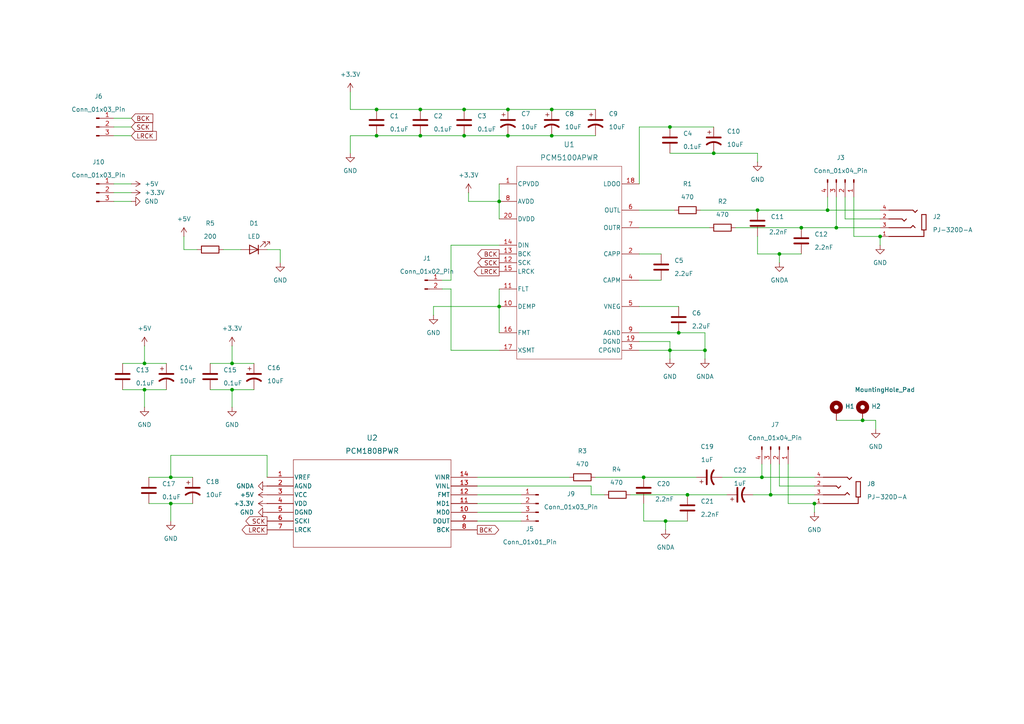
<source format=kicad_sch>
(kicad_sch (version 20231120) (generator "eeschema") (generator_version "8.0")
  (paper "A4")
  (lib_symbols
    (symbol "Connector:Conn_01x01_Pin" (pin_names (offset 1.016) hide)
      (property "Reference" "J" (at 0 2.54 0))
      (property "Value" "Conn_01x01_Pin" (at 0 -2.54 0))
      (symbol "Conn_01x01_Pin_1_1"
        (polyline (pts (xy 1.27 0) (xy 0.8636 0)) (stroke (width 0.1524)))
        (rectangle (start 0.8636 0.127) (end 0 -0.127) (stroke (width 0.1524)) (fill (type outline)))
        (pin passive line (at 5.08 0 180) (length 3.81) (name "Pin_1") (number "1"))
      )
    )
    (symbol "Connector:Conn_01x02_Pin" (pin_names (offset 1.016) hide)
      (property "Reference" "J" (at 0 2.54 0))
      (property "Value" "Conn_01x02_Pin" (at 0 -5.08 0))
      (symbol "Conn_01x02_Pin_1_1"
        (polyline (pts (xy 1.27 -2.54) (xy 0.8636 -2.54)) (stroke (width 0.1524)))
        (polyline (pts (xy 1.27 0) (xy 0.8636 0)) (stroke (width 0.1524)))
        (rectangle (start 0.8636 -2.413) (end 0 -2.667) (stroke (width 0.1524)) (fill (type outline)))
        (rectangle (start 0.8636 0.127) (end 0 -0.127) (stroke (width 0.1524)) (fill (type outline)))
        (pin passive line (at 5.08 0 180) (length 3.81) (name "Pin_1") (number "1"))
        (pin passive line (at 5.08 -2.54 180) (length 3.81) (name "Pin_2") (number "2"))
      )
    )
    (symbol "Connector:Conn_01x03_Pin" (pin_names (offset 1.016) hide)
      (property "Reference" "J" (at 0 5.08 0))
      (property "Value" "Conn_01x03_Pin" (at 0 -5.08 0))
      (symbol "Conn_01x03_Pin_1_1"
        (polyline (pts (xy 1.27 -2.54) (xy 0.8636 -2.54)) (stroke (width 0.1524)))
        (polyline (pts (xy 1.27 0) (xy 0.8636 0)) (stroke (width 0.1524)))
        (polyline (pts (xy 1.27 2.54) (xy 0.8636 2.54)) (stroke (width 0.1524)))
        (rectangle (start 0.8636 -2.413) (end 0 -2.667) (stroke (width 0.1524)) (fill (type outline)))
        (rectangle (start 0.8636 0.127) (end 0 -0.127) (stroke (width 0.1524)) (fill (type outline)))
        (rectangle (start 0.8636 2.667) (end 0 2.413) (stroke (width 0.1524)) (fill (type outline)))
        (pin passive line (at 5.08 2.54 180) (length 3.81) (name "Pin_1") (number "1"))
        (pin passive line (at 5.08 0 180) (length 3.81) (name "Pin_2") (number "2"))
        (pin passive line (at 5.08 -2.54 180) (length 3.81) (name "Pin_3") (number "3"))
      )
    )
    (symbol "Connector:Conn_01x04_Pin" (pin_names (offset 1.016) hide)
      (property "Reference" "J" (at 0 5.08 0))
      (property "Value" "Conn_01x04_Pin" (at 0 -7.62 0))
      (symbol "Conn_01x04_Pin_1_1"
        (polyline (pts (xy 1.27 -5.08) (xy 0.8636 -5.08)) (stroke (width 0.1524)))
        (polyline (pts (xy 1.27 -2.54) (xy 0.8636 -2.54)) (stroke (width 0.1524)))
        (polyline (pts (xy 1.27 0) (xy 0.8636 0)) (stroke (width 0.1524)))
        (polyline (pts (xy 1.27 2.54) (xy 0.8636 2.54)) (stroke (width 0.1524)))
        (rectangle (start 0.8636 -4.953) (end 0 -5.207) (stroke (width 0.1524)) (fill (type outline)))
        (rectangle (start 0.8636 -2.413) (end 0 -2.667) (stroke (width 0.1524)) (fill (type outline)))
        (rectangle (start 0.8636 0.127) (end 0 -0.127) (stroke (width 0.1524)) (fill (type outline)))
        (rectangle (start 0.8636 2.667) (end 0 2.413) (stroke (width 0.1524)) (fill (type outline)))
        (pin passive line (at 5.08 2.54 180) (length 3.81) (name "Pin_1") (number "1"))
        (pin passive line (at 5.08 0 180) (length 3.81) (name "Pin_2") (number "2"))
        (pin passive line (at 5.08 -2.54 180) (length 3.81) (name "Pin_3") (number "3"))
        (pin passive line (at 5.08 -5.08 180) (length 3.81) (name "Pin_4") (number "4"))
      )
    )
    (symbol "Device:C" (pin_numbers hide) (pin_names (offset 0.254))
      (property "Reference" "C" (at 0.635 2.54 0))
      (property "Value" "C" (at 0.635 -2.54 0))
      (symbol "C_0_1"
        (polyline (pts (xy -2.032 -0.762) (xy 2.032 -0.762)) (stroke (width 0.508)))
        (polyline (pts (xy -2.032 0.762) (xy 2.032 0.762)) (stroke (width 0.508)))
      )
      (symbol "C_1_1"
        (pin passive line (at 0 3.81 270) (length 2.794) (name "~") (number "1"))
        (pin passive line (at 0 -3.81 90) (length 2.794) (name "~") (number "2"))
      )
    )
    (symbol "Device:C_Polarized_US" (pin_numbers hide) (pin_names (offset 0.254) hide)
      (property "Reference" "C" (at 0.635 2.54 0))
      (property "Value" "C_Polarized_US" (at 0.635 -2.54 0))
      (symbol "C_Polarized_US_0_1"
        (polyline (pts (xy -2.032 0.762) (xy 2.032 0.762)) (stroke (width 0.508)))
        (polyline (pts (xy -1.778 2.286) (xy -0.762 2.286)))
        (polyline (pts (xy -1.27 1.778) (xy -1.27 2.794)))
        (arc (start 2.032 -1.27) (mid 0 -0.5572) (end -2.032 -1.27) (stroke (width 0.508)))
      )
      (symbol "C_Polarized_US_1_1"
        (pin passive line (at 0 3.81 270) (length 2.794) (name "~") (number "1"))
        (pin passive line (at 0 -3.81 90) (length 3.302) (name "~") (number "2"))
      )
    )
    (symbol "Device:LED" (pin_numbers hide) (pin_names (offset 1.016) hide)
      (property "Reference" "D" (at 0 2.54 0))
      (property "Value" "LED" (at 0 -2.54 0))
      (symbol "LED_0_1"
        (polyline (pts (xy -1.27 -1.27) (xy -1.27 1.27)) (stroke (width 0.254)))
        (polyline (pts (xy -1.27 0) (xy 1.27 0)))
        (polyline (pts (xy 1.27 -1.27) (xy 1.27 1.27) (xy -1.27 0) (xy 1.27 -1.27)) (stroke (width 0.254)))
        (polyline (pts (xy -3.048 -0.762) (xy -4.572 -2.286) (xy -3.81 -2.286) (xy -4.572 -2.286) (xy -4.572 -1.524)))
        (polyline (pts (xy -1.778 -0.762) (xy -3.302 -2.286) (xy -2.54 -2.286) (xy -3.302 -2.286) (xy -3.302 -1.524)))
      )
      (symbol "LED_1_1"
        (pin passive line (at -3.81 0 0) (length 2.54) (name "K") (number "1"))
        (pin passive line (at 3.81 0 180) (length 2.54) (name "A") (number "2"))
      )
    )
    (symbol "Device:R" (pin_numbers hide) (pin_names (offset 0))
      (property "Reference" "R" (at 2.032 0 90))
      (property "Value" "R" (at 0 0 90))
      (symbol "R_0_1"
        (rectangle (start -1.016 -2.54) (end 1.016 2.54) (stroke (width 0.254)))
      )
      (symbol "R_1_1"
        (pin passive line (at 0 3.81 270) (length 1.27) (name "~") (number "1"))
        (pin passive line (at 0 -3.81 90) (length 1.27) (name "~") (number "2"))
      )
    )
    (symbol "Mechanical:MountingHole_Pad" (pin_numbers hide) (pin_names (offset 1.016) hide) (exclude_from_sim yes) (in_bom no)
      (property "Reference" "H" (at 0 6.35 0))
      (property "Value" "MountingHole_Pad" (at 0 4.445 0))
      (symbol "MountingHole_Pad_0_1"
        (circle (center 0 1.27) (radius 1.27) (stroke (width 1.27)))
      )
      (symbol "MountingHole_Pad_1_1"
        (pin input line (at 0 -2.54 90) (length 2.54) (name "1") (number "1"))
      )
    )
    (symbol "PCM1808PWR:PCM1808PWR" (pin_names (offset 0.254))
      (property "Reference" "U" (at 30.48 10.16 0))
      (property "Value" "PCM1808PWR" (at 30.48 7.62 0))
      (symbol "PCM1808PWR_0_1"
        (polyline (pts (xy 7.62 -20.32) (xy 53.34 -20.32)) (stroke (width 0.127)))
        (polyline (pts (xy 7.62 5.08) (xy 7.62 -20.32)) (stroke (width 0.127)))
        (polyline (pts (xy 53.34 -20.32) (xy 53.34 5.08)) (stroke (width 0.127)))
        (polyline (pts (xy 53.34 5.08) (xy 7.62 5.08)) (stroke (width 0.127)))
        (pin power_in line (at 0 0 0) (length 7.62) (name "VREF") (number "1"))
        (pin input line (at 60.96 -10.16 180) (length 7.62) (name "MD0") (number "10"))
        (pin input line (at 60.96 -7.62 180) (length 7.62) (name "MD1") (number "11"))
        (pin input line (at 60.96 -5.08 180) (length 7.62) (name "FMT") (number "12"))
        (pin input line (at 60.96 -2.54 180) (length 7.62) (name "VINL") (number "13"))
        (pin input line (at 60.96 0 180) (length 7.62) (name "VINR") (number "14"))
        (pin power_in line (at 0 -2.54 0) (length 7.62) (name "AGND") (number "2"))
        (pin power_in line (at 0 -5.08 0) (length 7.62) (name "VCC") (number "3"))
        (pin power_in line (at 0 -7.62 0) (length 7.62) (name "VDD") (number "4"))
        (pin power_in line (at 0 -10.16 0) (length 7.62) (name "DGND") (number "5"))
        (pin input line (at 0 -12.7 0) (length 7.62) (name "SCKI") (number "6"))
        (pin bidirectional line (at 0 -15.24 0) (length 7.62) (name "LRCK") (number "7"))
        (pin bidirectional line (at 60.96 -15.24 180) (length 7.62) (name "BCK") (number "8"))
        (pin output line (at 60.96 -12.7 180) (length 7.62) (name "DOUT") (number "9"))
      )
    )
    (symbol "PCM5100APWR:PCM5100APWR" (pin_names (offset 0.254))
      (property "Reference" "U" (at 0 2.54 0))
      (property "Value" "PCM5100APWR" (at 0 0 0))
      (symbol "PCM5100APWR_0_1"
        (polyline (pts (xy -15.24 -27.94) (xy 15.24 -27.94)) (stroke (width 0.1016)))
        (polyline (pts (xy -15.24 27.94) (xy -15.24 -27.94)) (stroke (width 0.1016)))
        (polyline (pts (xy 15.24 -27.94) (xy 15.24 27.94)) (stroke (width 0.1016)))
        (polyline (pts (xy 15.24 27.94) (xy -15.24 27.94)) (stroke (width 0.1016)))
        (pin power_in line (at -20.32 22.86 0) (length 5.08) (name "CPVDD") (number "1"))
        (pin input line (at -20.32 -12.7 0) (length 5.08) (name "DEMP") (number "10"))
        (pin input line (at -20.32 -7.62 0) (length 5.08) (name "FLT") (number "11"))
        (pin input line (at -20.32 0 0) (length 5.08) (name "SCK") (number "12"))
        (pin input line (at -20.32 2.54 0) (length 5.08) (name "BCK") (number "13"))
        (pin input line (at -20.32 5.08 0) (length 5.08) (name "DIN") (number "14"))
        (pin input line (at -20.32 -2.54 0) (length 5.08) (name "LRCK") (number "15"))
        (pin input line (at -20.32 -20.32 0) (length 5.08) (name "FMT") (number "16"))
        (pin input line (at -20.32 -25.4 0) (length 5.08) (name "XSMT") (number "17"))
        (pin power_in line (at 20.32 22.86 180) (length 5.08) (name "LDOO") (number "18"))
        (pin power_in line (at 20.32 -22.86 180) (length 5.08) (name "DGND") (number "19"))
        (pin output line (at 20.32 2.54 180) (length 5.08) (name "CAPP") (number "2"))
        (pin power_in line (at -20.32 12.7 0) (length 5.08) (name "DVDD") (number "20"))
        (pin power_in line (at 20.32 -25.4 180) (length 5.08) (name "CPGND") (number "3"))
        (pin output line (at 20.32 -5.08 180) (length 5.08) (name "CAPM") (number "4"))
        (pin power_in line (at 20.32 -12.7 180) (length 5.08) (name "VNEG") (number "5"))
        (pin output line (at 20.32 15.24 180) (length 5.08) (name "OUTL") (number "6"))
        (pin output line (at 20.32 10.16 180) (length 5.08) (name "OUTR") (number "7"))
        (pin power_in line (at -20.32 17.78 0) (length 5.08) (name "AVDD") (number "8"))
        (pin power_in line (at 20.32 -20.32 180) (length 5.08) (name "AGND") (number "9"))
      )
    )
    (symbol "PJ-320D-A:PJ-320D-A" (pin_names (offset 1.016))
      (property "Reference" "J" (at -5.08 2.54 0))
      (property "Value" "PJ-320D-A" (at -5.08 -10.16 0))
      (symbol "PJ-320D-A_0_0"
        (polyline (pts (xy -5.715 -6.35) (xy -5.715 -1.905)) (stroke (width 0.254)))
        (polyline (pts (xy -5.715 -1.905) (xy -5.08 -1.905)) (stroke (width 0.254)))
        (polyline (pts (xy -5.08 -1.905) (xy -4.445 -1.905)) (stroke (width 0.254)))
        (polyline (pts (xy -5.08 0) (xy -5.08 -1.905)) (stroke (width 0.254)))
        (polyline (pts (xy -4.445 -6.35) (xy -5.715 -6.35)) (stroke (width 0.254)))
        (polyline (pts (xy -4.445 -1.905) (xy -4.445 -6.35)) (stroke (width 0.254)))
        (polyline (pts (xy -2.54 -6.985) (xy -3.175 -7.62)) (stroke (width 0.254)))
        (polyline (pts (xy -1.905 -7.62) (xy -2.54 -6.985)) (stroke (width 0.254)))
        (polyline (pts (xy -1.905 -3.175) (xy -2.54 -2.54)) (stroke (width 0.254)))
        (polyline (pts (xy -1.27 -2.54) (xy -1.905 -3.175)) (stroke (width 0.254)))
        (polyline (pts (xy 0.635 -4.445) (xy 0 -5.08)) (stroke (width 0.254)))
        (polyline (pts (xy 1.27 -5.08) (xy 0.635 -4.445)) (stroke (width 0.254)))
        (polyline (pts (xy 5.08 -7.62) (xy -1.905 -7.62)) (stroke (width 0.254)))
        (polyline (pts (xy 5.08 -5.08) (xy 1.27 -5.08)) (stroke (width 0.254)))
        (polyline (pts (xy 5.08 -2.54) (xy -1.27 -2.54)) (stroke (width 0.254)))
        (polyline (pts (xy 5.08 0) (xy -5.08 0)) (stroke (width 0.254)))
        (pin passive line (at 7.62 0 180) (length 2.54) (name "~") (number "1"))
        (pin passive line (at 7.62 -5.08 180) (length 2.54) (name "~") (number "2"))
        (pin passive line (at 7.62 -2.54 180) (length 2.54) (name "~") (number "3"))
        (pin passive line (at 7.62 -7.62 180) (length 2.54) (name "~") (number "4"))
      )
    )
    (symbol "power:+3.3V" (power) (pin_numbers hide) (pin_names (offset 0) hide)
      (property "Value" "+3.3V" (at 0 3.556 0))
      (symbol "+3.3V_0_1"
        (polyline (pts (xy -0.762 1.27) (xy 0 2.54)))
        (polyline (pts (xy 0 0) (xy 0 2.54)))
        (polyline (pts (xy 0 2.54) (xy 0.762 1.27)))
      )
      (symbol "+3.3V_1_1"
        (pin power_in line (at 0 0 90) (length 0) (name "~") (number "1"))
      )
    )
    (symbol "power:+5V" (power) (pin_numbers hide) (pin_names (offset 0) hide)
      (property "Value" "+5V" (at 0 3.556 0))
      (symbol "+5V_0_1"
        (polyline (pts (xy -0.762 1.27) (xy 0 2.54)))
        (polyline (pts (xy 0 0) (xy 0 2.54)))
        (polyline (pts (xy 0 2.54) (xy 0.762 1.27)))
      )
      (symbol "+5V_1_1"
        (pin power_in line (at 0 0 90) (length 0) (name "~") (number "1"))
      )
    )
    (symbol "power:GND" (power) (pin_numbers hide) (pin_names (offset 0) hide)
      (property "Value" "GND" (at 0 -3.81 0))
      (symbol "GND_0_1"
        (polyline (pts (xy 0 0) (xy 0 -1.27) (xy 1.27 -1.27) (xy 0 -2.54) (xy -1.27 -1.27) (xy 0 -1.27)))
      )
      (symbol "GND_1_1"
        (pin power_in line (at 0 0 270) (length 0) (name "~") (number "1"))
      )
    )
    (symbol "power:GNDA" (power) (pin_numbers hide) (pin_names (offset 0) hide)
      (property "Value" "GNDA" (at 0 -3.81 0))
      (symbol "GNDA_0_1"
        (polyline (pts (xy 0 0) (xy 0 -1.27) (xy 1.27 -1.27) (xy 0 -2.54) (xy -1.27 -1.27) (xy 0 -1.27)))
      )
      (symbol "GNDA_1_1"
        (pin power_in line (at 0 0 270) (length 0) (name "~") (number "1"))
      )
    )
  )
  (junction (at 186.69 138.43))
  (junction (at 160.02 39.37))
  (junction (at 240.03 60.96))
  (junction (at 67.31 105.41))
  (junction (at 121.92 39.37))
  (junction (at 147.32 31.75))
  (junction (at 144.78 88.9))
  (junction (at 67.31 113.03))
  (junction (at 250.19 121.92))
  (junction (at 223.52 143.51))
  (junction (at 109.22 39.37))
  (junction (at 220.98 138.43))
  (junction (at 109.22 31.75))
  (junction (at 219.71 60.96))
  (junction (at 204.47 101.6))
  (junction (at 121.92 31.75))
  (junction (at 41.91 113.03))
  (junction (at 255.27 68.58))
  (junction (at 196.85 96.52))
  (junction (at 199.39 143.51))
  (junction (at 232.41 66.04))
  (junction (at 144.78 58.42))
  (junction (at 207.01 44.45))
  (junction (at 194.31 101.6))
  (junction (at 147.32 39.37))
  (junction (at 134.62 31.75))
  (junction (at 194.31 36.83))
  (junction (at 236.22 146.05))
  (junction (at 226.06 73.66))
  (junction (at 193.04 151.13))
  (junction (at 242.57 66.04))
  (junction (at 49.53 146.05))
  (junction (at 49.53 138.43))
  (junction (at 41.91 105.41))
  (junction (at 134.62 39.37))
  (junction (at 160.02 31.75))
  (wire (pts (xy 204.47 101.6) (xy 204.47 104.14)))
  (wire (pts (xy 247.65 68.58) (xy 255.27 68.58)))
  (wire (pts (xy 67.31 113.03) (xy 67.31 118.11)))
  (wire (pts (xy 138.43 151.13) (xy 151.13 151.13)))
  (wire (pts (xy 242.57 57.15) (xy 242.57 66.04)))
  (wire (pts (xy 250.19 121.92) (xy 254 121.92)))
  (wire (pts (xy 209.55 138.43) (xy 220.98 138.43)))
  (wire (pts (xy 109.22 31.75) (xy 121.92 31.75)))
  (wire (pts (xy 138.43 140.97) (xy 171.45 140.97)))
  (wire (pts (xy 121.92 39.37) (xy 134.62 39.37)))
  (wire (pts (xy 134.62 31.75) (xy 147.32 31.75)))
  (wire (pts (xy 219.71 44.45) (xy 219.71 46.99)))
  (wire (pts (xy 125.73 88.9) (xy 125.73 91.44)))
  (wire (pts (xy 186.69 146.05) (xy 186.69 151.13)))
  (wire (pts (xy 194.31 99.06) (xy 185.42 99.06)))
  (wire (pts (xy 130.81 101.6) (xy 144.78 101.6)))
  (wire (pts (xy 218.44 143.51) (xy 223.52 143.51)))
  (wire (pts (xy 49.53 146.05) (xy 55.88 146.05)))
  (wire (pts (xy 204.47 96.52) (xy 204.47 101.6)))
  (wire (pts (xy 185.42 81.28) (xy 191.77 81.28)))
  (wire (pts (xy 240.03 57.15) (xy 240.03 60.96)))
  (wire (pts (xy 49.53 132.08) (xy 77.47 132.08)))
  (wire (pts (xy 138.43 148.59) (xy 151.13 148.59)))
  (wire (pts (xy 226.06 134.62) (xy 226.06 140.97)))
  (wire (pts (xy 135.89 58.42) (xy 144.78 58.42)))
  (wire (pts (xy 236.22 148.59) (xy 236.22 146.05)))
  (wire (pts (xy 219.71 68.58) (xy 219.71 73.66)))
  (wire (pts (xy 43.18 146.05) (xy 49.53 146.05)))
  (wire (pts (xy 160.02 31.75) (xy 172.72 31.75)))
  (wire (pts (xy 220.98 138.43) (xy 236.22 138.43)))
  (wire (pts (xy 193.04 151.13) (xy 199.39 151.13)))
  (wire (pts (xy 144.78 96.52) (xy 144.78 88.9)))
  (wire (pts (xy 171.45 140.97) (xy 171.45 143.51)))
  (wire (pts (xy 144.78 88.9) (xy 144.78 83.82)))
  (wire (pts (xy 130.81 81.28) (xy 128.27 81.28)))
  (wire (pts (xy 130.81 101.6) (xy 130.81 83.82)))
  (wire (pts (xy 160.02 39.37) (xy 172.72 39.37)))
  (wire (pts (xy 130.81 71.12) (xy 130.81 81.28)))
  (wire (pts (xy 35.56 113.03) (xy 41.91 113.03)))
  (wire (pts (xy 171.45 143.51) (xy 175.26 143.51)))
  (wire (pts (xy 213.36 66.04) (xy 232.41 66.04)))
  (wire (pts (xy 185.42 88.9) (xy 196.85 88.9)))
  (wire (pts (xy 138.43 138.43) (xy 165.1 138.43)))
  (wire (pts (xy 138.43 146.05) (xy 151.13 146.05)))
  (wire (pts (xy 101.6 31.75) (xy 109.22 31.75)))
  (wire (pts (xy 199.39 143.51) (xy 210.82 143.51)))
  (wire (pts (xy 226.06 73.66) (xy 219.71 73.66)))
  (wire (pts (xy 60.96 113.03) (xy 67.31 113.03)))
  (wire (pts (xy 33.02 58.42) (xy 38.1 58.42)))
  (wire (pts (xy 186.69 138.43) (xy 201.93 138.43)))
  (wire (pts (xy 228.6 134.62) (xy 228.6 146.05)))
  (wire (pts (xy 109.22 39.37) (xy 121.92 39.37)))
  (wire (pts (xy 53.34 68.58) (xy 53.34 72.39)))
  (wire (pts (xy 194.31 36.83) (xy 207.01 36.83)))
  (wire (pts (xy 242.57 121.92) (xy 250.19 121.92)))
  (wire (pts (xy 255.27 71.12) (xy 255.27 68.58)))
  (wire (pts (xy 101.6 26.67) (xy 101.6 31.75)))
  (wire (pts (xy 33.02 34.29) (xy 38.1 34.29)))
  (wire (pts (xy 81.28 72.39) (xy 81.28 76.2)))
  (wire (pts (xy 49.53 146.05) (xy 49.53 151.13)))
  (wire (pts (xy 67.31 105.41) (xy 73.66 105.41)))
  (wire (pts (xy 185.42 66.04) (xy 205.74 66.04)))
  (wire (pts (xy 172.72 138.43) (xy 186.69 138.43)))
  (wire (pts (xy 220.98 134.62) (xy 220.98 138.43)))
  (wire (pts (xy 247.65 57.15) (xy 247.65 68.58)))
  (wire (pts (xy 33.02 55.88) (xy 38.1 55.88)))
  (wire (pts (xy 53.34 72.39) (xy 57.15 72.39)))
  (wire (pts (xy 138.43 143.51) (xy 151.13 143.51)))
  (wire (pts (xy 64.77 72.39) (xy 69.85 72.39)))
  (wire (pts (xy 41.91 113.03) (xy 41.91 118.11)))
  (wire (pts (xy 41.91 100.33) (xy 41.91 105.41)))
  (wire (pts (xy 35.56 105.41) (xy 41.91 105.41)))
  (wire (pts (xy 193.04 151.13) (xy 193.04 153.67)))
  (wire (pts (xy 121.92 31.75) (xy 134.62 31.75)))
  (wire (pts (xy 185.42 73.66) (xy 191.77 73.66)))
  (wire (pts (xy 49.53 138.43) (xy 55.88 138.43)))
  (wire (pts (xy 185.42 96.52) (xy 196.85 96.52)))
  (wire (pts (xy 194.31 44.45) (xy 207.01 44.45)))
  (wire (pts (xy 125.73 88.9) (xy 144.78 88.9)))
  (wire (pts (xy 185.42 53.34) (xy 185.42 36.83)))
  (wire (pts (xy 223.52 134.62) (xy 223.52 143.51)))
  (wire (pts (xy 41.91 113.03) (xy 48.26 113.03)))
  (wire (pts (xy 245.11 57.15) (xy 245.11 63.5)))
  (wire (pts (xy 194.31 101.6) (xy 194.31 104.14)))
  (wire (pts (xy 147.32 39.37) (xy 160.02 39.37)))
  (wire (pts (xy 135.89 55.88) (xy 135.89 58.42)))
  (wire (pts (xy 226.06 73.66) (xy 232.41 73.66)))
  (wire (pts (xy 194.31 101.6) (xy 204.47 101.6)))
  (wire (pts (xy 147.32 31.75) (xy 160.02 31.75)))
  (wire (pts (xy 144.78 58.42) (xy 144.78 63.5)))
  (wire (pts (xy 134.62 39.37) (xy 147.32 39.37)))
  (wire (pts (xy 226.06 140.97) (xy 236.22 140.97)))
  (wire (pts (xy 232.41 66.04) (xy 242.57 66.04)))
  (wire (pts (xy 144.78 53.34) (xy 144.78 58.42)))
  (wire (pts (xy 33.02 53.34) (xy 38.1 53.34)))
  (wire (pts (xy 182.88 143.51) (xy 199.39 143.51)))
  (wire (pts (xy 77.47 72.39) (xy 81.28 72.39)))
  (wire (pts (xy 223.52 143.51) (xy 236.22 143.51)))
  (wire (pts (xy 219.71 60.96) (xy 240.03 60.96)))
  (wire (pts (xy 67.31 100.33) (xy 67.31 105.41)))
  (wire (pts (xy 228.6 146.05) (xy 236.22 146.05)))
  (wire (pts (xy 186.69 151.13) (xy 193.04 151.13)))
  (wire (pts (xy 49.53 132.08) (xy 49.53 138.43)))
  (wire (pts (xy 41.91 105.41) (xy 48.26 105.41)))
  (wire (pts (xy 67.31 113.03) (xy 73.66 113.03)))
  (wire (pts (xy 245.11 63.5) (xy 255.27 63.5)))
  (wire (pts (xy 242.57 66.04) (xy 255.27 66.04)))
  (wire (pts (xy 101.6 39.37) (xy 109.22 39.37)))
  (wire (pts (xy 185.42 60.96) (xy 195.58 60.96)))
  (wire (pts (xy 130.81 83.82) (xy 128.27 83.82)))
  (wire (pts (xy 60.96 105.41) (xy 67.31 105.41)))
  (wire (pts (xy 240.03 60.96) (xy 255.27 60.96)))
  (wire (pts (xy 254 121.92) (xy 254 124.46)))
  (wire (pts (xy 77.47 132.08) (xy 77.47 138.43)))
  (wire (pts (xy 203.2 60.96) (xy 219.71 60.96)))
  (wire (pts (xy 185.42 101.6) (xy 194.31 101.6)))
  (wire (pts (xy 219.71 44.45) (xy 207.01 44.45)))
  (wire (pts (xy 226.06 73.66) (xy 226.06 76.2)))
  (wire (pts (xy 130.81 71.12) (xy 144.78 71.12)))
  (wire (pts (xy 194.31 99.06) (xy 194.31 101.6)))
  (wire (pts (xy 33.02 36.83) (xy 38.1 36.83)))
  (wire (pts (xy 33.02 39.37) (xy 38.1 39.37)))
  (wire (pts (xy 185.42 36.83) (xy 194.31 36.83)))
  (wire (pts (xy 43.18 138.43) (xy 49.53 138.43)))
  (wire (pts (xy 101.6 39.37) (xy 101.6 44.45)))
  (wire (pts (xy 196.85 96.52) (xy 204.47 96.52)))
  (global_label "LRCK" (shape input) (at 38.1 39.37 0) (property "Intersheetrefs" "${INTERSHEET_REFS}" (effects (hide yes))))
  (global_label "LRCK" (shape output) (at 77.47 153.67 180) (property "Intersheetrefs" "${INTERSHEET_REFS}" (effects (hide yes))))
  (global_label "SCK" (shape input) (at 38.1 36.83 0) (property "Intersheetrefs" "${INTERSHEET_REFS}" (effects (hide yes))))
  (global_label "BCK" (shape output) (at 144.78 73.66 180) (property "Intersheetrefs" "${INTERSHEET_REFS}" (effects (hide yes))))
  (global_label "LRCK" (shape output) (at 144.78 78.74 180) (property "Intersheetrefs" "${INTERSHEET_REFS}" (effects (hide yes))))
  (global_label "SCK" (shape output) (at 77.47 151.13 180) (property "Intersheetrefs" "${INTERSHEET_REFS}" (effects (hide yes))))
  (global_label "SCK" (shape output) (at 144.78 76.2 180) (property "Intersheetrefs" "${INTERSHEET_REFS}" (effects (hide yes))))
  (global_label "BCK" (shape output) (at 138.43 153.67 0) (property "Intersheetrefs" "${INTERSHEET_REFS}" (effects (hide yes))))
  (global_label "BCK" (shape input) (at 38.1 34.29 0) (property "Intersheetrefs" "${INTERSHEET_REFS}" (effects (hide yes))))
  (symbol (lib_id "Mechanical:MountingHole_Pad") (at 250.19 119.38 0) (unit 1) (exclude_from_sim yes) (in_bom no)
    (property "Reference" "H2" (at 252.73 117.856 0) (effects (justify left)))
    (property "Value" "MountingHole_Pad" (effects (hide yes)))
    (property "Footprint" "MountingHole:MountingHole_4.3mm_M4_Pad_Via" (effects (hide yes)))
    (property "Description" "Mounting Hole with connection" (effects (hide yes)))
  )
  (symbol (lib_id "power:GNDA") (at 77.47 140.97 270) (unit 1)
    (property "Reference" "#PWR12" (effects (hide yes)))
    (property "Value" "GNDA" (at 73.66 140.97 90) (effects (justify right)))
    (property "Description" "Power symbol creates a global label with name \"GNDA\" , analog ground" (effects (hide yes)))
  )
  (symbol (lib_id "Device:C_Polarized_US") (at 55.88 142.24 0) (unit 1)
    (property "Reference" "C18" (at 59.69 139.7 0) (effects (justify left)))
    (property "Value" "10uF" (at 59.69 143.51 0) (effects (justify left)))
    (property "Footprint" "Capacitor_SMD:CP_Elec_6.3x7.7" (effects (hide yes)))
    (property "Description" "Polarized capacitor, US symbol" (effects (hide yes)))
  )
  (symbol (lib_id "power:GND") (at 236.22 148.59 0) (unit 1)
    (property "Reference" "#PWR21" (effects (hide yes)))
    (property "Value" "GND" (at 236.22 153.67 0))
    (property "Description" "Power symbol creates a global label with name \"GND\" , ground" (effects (hide yes)))
  )
  (symbol (lib_id "power:GNDA") (at 204.47 104.14 0) (unit 1)
    (property "Reference" "#PWR6" (effects (hide yes)))
    (property "Value" "GNDA" (at 204.47 109.22 0))
    (property "Description" "Power symbol creates a global label with name \"GNDA\" , analog ground" (effects (hide yes)))
  )
  (symbol (lib_id "Device:R") (at 60.96 72.39 90) (unit 1)
    (property "Reference" "R5" (at 60.96 64.77 90))
    (property "Value" "200" (at 60.96 68.58 90))
    (property "Footprint" "Resistor_SMD:R_0603_1608Metric_Pad0.98x0.95mm_HandSolder" (effects (hide yes)))
    (property "Description" "Resistor" (effects (hide yes)))
  )
  (symbol (lib_id "power:+5V") (at 38.1 53.34 270) (unit 1)
    (property "Reference" "#PWR22" (effects (hide yes)))
    (property "Value" "+5V" (at 41.91 53.34 90) (effects (justify left)))
    (property "Description" "Power symbol creates a global label with name \"+5V\"" (effects (hide yes)))
  )
  (symbol (lib_id "PJ-320D-A:PJ-320D-A") (at 243.84 146.05 180) (unit 1)
    (property "Reference" "J8" (at 251.46 140.335 0) (effects (justify right)))
    (property "Value" "PJ-320D-A" (at 251.46 144.145 0) (effects (justify right)))
    (property "Footprint" "PJ-320D-A:HRO_PJ-320D-A" (effects (hide yes)))
    (property "MF" "HRO Electronics Co., Ltd." (effects (hide yes)))
    (property "MAXIMUM_PACKAGE_HEIGHT" "5 mm" (effects (hide yes)))
    (property "Package" "Package" (effects (hide yes)))
    (property "Price" "None" (effects (hide yes)))
    (property "Check_prices" "https://www.snapeda.com/parts/PJ-320D-A/HRO+Electronics+Co.%252C+Ltd./view-part/?ref=eda" (effects (hide yes)))
    (property "STANDARD" "Manufacturer Recommendations" (effects (hide yes)))
    (property "PARTREV" "B" (effects (hide yes)))
    (property "SnapEDA_Link" "https://www.snapeda.com/parts/PJ-320D-A/HRO+Electronics+Co.%252C+Ltd./view-part/?ref=snap" (effects (hide yes)))
    (property "MP" "PJ-320D-A" (effects (hide yes)))
    (property "Description_1" "\n                        \n                            Headphone jack 0.5A 30V DC 100 mΩ\n                        \n" (effects (hide yes)))
    (property "Availability" "Not in stock" (effects (hide yes)))
    (property "MANUFACTURER" "HRO Electronics Co, Ltd" (effects (hide yes)))
  )
  (symbol (lib_id "Device:C_Polarized_US") (at 214.63 143.51 90) (unit 1)
    (property "Reference" "C22" (at 214.63 136.398 90))
    (property "Value" "1uF" (at 214.63 140.208 90))
    (property "Footprint" "Capacitor_SMD:CP_Elec_4x5.4" (effects (hide yes)))
    (property "Description" "Polarized capacitor, US symbol" (effects (hide yes)))
  )
  (symbol (lib_id "Connector:Conn_01x02_Pin") (at 123.19 81.28 0) (unit 1)
    (property "Reference" "J1" (at 123.825 74.93 0))
    (property "Value" "Conn_01x02_Pin" (at 123.825 78.74 0))
    (property "Footprint" "Connector_PinSocket_2.54mm:PinSocket_1x02_P2.54mm_Vertical" (effects (hide yes)))
    (property "Description" "Generic connector, single row, 01x02, script generated" (effects (hide yes)))
  )
  (symbol (lib_id "power:GNDA") (at 193.04 153.67 0) (unit 1)
    (property "Reference" "#PWR20" (effects (hide yes)))
    (property "Value" "GNDA" (at 193.04 158.75 0))
    (property "Description" "Power symbol creates a global label with name \"GNDA\" , analog ground" (effects (hide yes)))
  )
  (symbol (lib_id "Connector:Conn_01x04_Pin") (at 226.06 129.54 270) (unit 1)
    (property "Reference" "J7" (at 224.79 123.19 90))
    (property "Value" "Conn_01x04_Pin" (at 224.79 127 90))
    (property "Footprint" "Connector_PinHeader_2.54mm:PinHeader_1x04_P2.54mm_Vertical" (effects (hide yes)))
    (property "Description" "Generic connector, single row, 01x04, script generated" (effects (hide yes)))
  )
  (symbol (lib_id "Connector:Conn_01x04_Pin") (at 245.11 52.07 270) (unit 1)
    (property "Reference" "J3" (at 243.84 45.72 90))
    (property "Value" "Conn_01x04_Pin" (at 243.84 49.53 90))
    (property "Footprint" "Connector_PinHeader_2.54mm:PinHeader_1x04_P2.54mm_Vertical" (effects (hide yes)))
    (property "Description" "Generic connector, single row, 01x04, script generated" (effects (hide yes)))
  )
  (symbol (lib_id "power:GND") (at 77.47 148.59 270) (unit 1)
    (property "Reference" "#PWR11" (effects (hide yes)))
    (property "Value" "GND" (at 73.66 148.59 90) (effects (justify right)))
    (property "Description" "Power symbol creates a global label with name \"GND\" , ground" (effects (hide yes)))
  )
  (symbol (lib_id "Connector:Conn_01x03_Pin") (at 156.21 146.05 0) (mirror y) (unit 1)
    (property "Reference" "J9" (at 165.608 143.256 0))
    (property "Value" "Conn_01x03_Pin" (at 165.608 147.066 0))
    (property "Footprint" "Connector_PinHeader_2.54mm:PinHeader_1x03_P2.54mm_Vertical" (effects (hide yes)))
    (property "Description" "Generic connector, single row, 01x03, script generated" (effects (hide yes)))
  )
  (symbol (lib_id "power:GNDA") (at 226.06 76.2 0) (unit 1)
    (property "Reference" "#PWR7" (effects (hide yes)))
    (property "Value" "GNDA" (at 226.06 81.28 0))
    (property "Description" "Power symbol creates a global label with name \"GNDA\" , analog ground" (effects (hide yes)))
  )
  (symbol (lib_id "Device:C") (at 60.96 109.22 0) (unit 1)
    (property "Reference" "C15" (at 64.77 107.315 0) (effects (justify left)))
    (property "Value" "0.1uF" (at 64.77 111.125 0) (effects (justify left)))
    (property "Footprint" "Capacitor_SMD:C_0402_1005Metric_Pad0.74x0.62mm_HandSolder" (effects (hide yes)))
    (property "Description" "Unpolarized capacitor" (effects (hide yes)))
  )
  (symbol (lib_id "Device:C") (at 191.77 77.47 0) (unit 1)
    (property "Reference" "C5" (at 195.58 75.565 0) (effects (justify left)))
    (property "Value" "2.2uF" (at 195.58 79.375 0) (effects (justify left)))
    (property "Footprint" "Capacitor_SMD:C_0402_1005Metric_Pad0.74x0.62mm_HandSolder" (effects (hide yes)))
    (property "Description" "Unpolarized capacitor" (effects (hide yes)))
  )
  (symbol (lib_id "Mechanical:MountingHole_Pad") (at 242.57 119.38 0) (unit 1) (exclude_from_sim yes) (in_bom no)
    (property "Reference" "H1" (at 245.11 117.856 0) (effects (justify left)))
    (property "Value" "MountingHole_Pad" (at 247.904 113.03 0) (effects (justify left)))
    (property "Footprint" "MountingHole:MountingHole_4.3mm_M4_Pad_Via" (effects (hide yes)))
    (property "Description" "Mounting Hole with connection" (effects (hide yes)))
  )
  (symbol (lib_id "power:+5V") (at 41.91 100.33 0) (unit 1)
    (property "Reference" "#PWR15" (effects (hide yes)))
    (property "Value" "+5V" (at 41.91 95.25 0))
    (property "Description" "Power symbol creates a global label with name \"+5V\"" (effects (hide yes)))
  )
  (symbol (lib_id "Device:LED") (at 73.66 72.39 180) (unit 1)
    (property "Reference" "D1" (at 73.66 64.77 0))
    (property "Value" "LED" (at 73.66 68.58 0))
    (property "Footprint" "LED_SMD:LED_0805_2012Metric_Pad1.15x1.40mm_HandSolder" (effects (hide yes)))
    (property "Description" "Light emitting diode" (effects (hide yes)))
  )
  (symbol (lib_id "power:GND") (at 125.73 91.44 0) (unit 1)
    (property "Reference" "#PWR8" (effects (hide yes)))
    (property "Value" "GND" (at 125.73 96.52 0))
    (property "Description" "Power symbol creates a global label with name \"GND\" , ground" (effects (hide yes)))
  )
  (symbol (lib_id "power:+3.3V") (at 38.1 55.88 270) (unit 1)
    (property "Reference" "#PWR23" (effects (hide yes)))
    (property "Value" "+3.3V" (at 41.91 55.88 90) (effects (justify left)))
    (property "Description" "Power symbol creates a global label with name \"+3.3V\"" (effects (hide yes)))
  )
  (symbol (lib_id "Connector:Conn_01x01_Pin") (at 156.21 151.13 0) (mirror y) (unit 1)
    (property "Reference" "J5" (at 153.67 153.416 0))
    (property "Value" "Conn_01x01_Pin" (at 153.67 157.226 0))
    (property "Footprint" "Connector_PinHeader_2.54mm:PinHeader_1x01_P2.54mm_Vertical" (effects (hide yes)))
    (property "Description" "Generic connector, single row, 01x01, script generated" (effects (hide yes)))
  )
  (symbol (lib_id "power:GND") (at 254 124.46 0) (unit 1)
    (property "Reference" "#PWR10" (effects (hide yes)))
    (property "Value" "GND" (at 254 129.54 0))
    (property "Description" "Power symbol creates a global label with name \"GND\" , ground" (effects (hide yes)))
  )
  (symbol (lib_id "Device:C_Polarized_US") (at 48.26 109.22 0) (unit 1)
    (property "Reference" "C14" (at 52.07 106.68 0) (effects (justify left)))
    (property "Value" "10uF" (at 52.07 110.49 0) (effects (justify left)))
    (property "Footprint" "Capacitor_SMD:CP_Elec_6.3x7.7" (effects (hide yes)))
    (property "Description" "Polarized capacitor, US symbol" (effects (hide yes)))
  )
  (symbol (lib_id "power:GND") (at 41.91 118.11 0) (unit 1)
    (property "Reference" "#PWR16" (effects (hide yes)))
    (property "Value" "GND" (at 41.91 123.19 0))
    (property "Description" "Power symbol creates a global label with name \"GND\" , ground" (effects (hide yes)))
  )
  (symbol (lib_id "power:GND") (at 38.1 58.42 90) (unit 1)
    (property "Reference" "#PWR24" (effects (hide yes)))
    (property "Value" "GND" (at 41.91 58.42 90) (effects (justify right)))
    (property "Description" "Power symbol creates a global label with name \"GND\" , ground" (effects (hide yes)))
  )
  (symbol (lib_id "power:GND") (at 219.71 46.99 0) (unit 1)
    (property "Reference" "#PWR9" (effects (hide yes)))
    (property "Value" "GND" (at 219.71 52.07 0))
    (property "Description" "Power symbol creates a global label with name \"GND\" , ground" (effects (hide yes)))
  )
  (symbol (lib_id "PCM5100APWR:PCM5100APWR") (at 165.1 76.2 0) (unit 1)
    (property "Reference" "U1" (at 165.1 41.91 0) (effects (font (size 1.524 1.524))))
    (property "Value" "PCM5100APWR" (at 165.1 45.72 0) (effects (font (size 1.524 1.524))))
    (property "Footprint" "PCM5100APWR:PW0020A" (effects (hide yes)))
    (property "Datasheet" "PCM5100APWR" (effects (hide yes)))
  )
  (symbol (lib_id "Device:C_Polarized_US") (at 205.74 138.43 90) (unit 1)
    (property "Reference" "C19" (at 205.105 129.54 90))
    (property "Value" "1uF" (at 205.105 133.35 90))
    (property "Footprint" "Capacitor_SMD:CP_Elec_4x5.4" (effects (hide yes)))
    (property "Description" "Polarized capacitor, US symbol" (effects (hide yes)))
  )
  (symbol (lib_id "Device:C_Polarized_US") (at 147.32 35.56 0) (unit 1)
    (property "Reference" "C7" (at 151.13 33.02 0) (effects (justify left)))
    (property "Value" "10uF" (at 151.13 36.83 0) (effects (justify left)))
    (property "Footprint" "Capacitor_SMD:CP_Elec_6.3x7.7" (effects (hide yes)))
    (property "Description" "Polarized capacitor, US symbol" (effects (hide yes)))
  )
  (symbol (lib_id "power:+3.3V") (at 67.31 100.33 0) (unit 1)
    (property "Reference" "#PWR17" (effects (hide yes)))
    (property "Value" "+3.3V" (at 67.31 95.25 0))
    (property "Description" "Power symbol creates a global label with name \"+3.3V\"" (effects (hide yes)))
  )
  (symbol (lib_id "Device:C") (at 232.41 69.85 0) (unit 1)
    (property "Reference" "C12" (at 236.22 67.945 0) (effects (justify left)))
    (property "Value" "2.2nF" (at 236.22 71.755 0) (effects (justify left)))
    (property "Footprint" "Capacitor_SMD:C_0402_1005Metric_Pad0.74x0.62mm_HandSolder" (effects (hide yes)))
    (property "Description" "Unpolarized capacitor" (effects (hide yes)))
  )
  (symbol (lib_id "Device:R") (at 179.07 143.51 90) (unit 1)
    (property "Reference" "R4" (at 178.816 136.144 90))
    (property "Value" "470" (at 178.816 139.954 90))
    (property "Footprint" "Resistor_SMD:R_0402_1005Metric_Pad0.72x0.64mm_HandSolder" (effects (hide yes)))
    (property "Description" "Resistor" (effects (hide yes)))
  )
  (symbol (lib_id "Device:C") (at 109.22 35.56 0) (unit 1)
    (property "Reference" "C1" (at 113.03 33.655 0) (effects (justify left)))
    (property "Value" "0.1uF" (at 113.03 37.465 0) (effects (justify left)))
    (property "Footprint" "Capacitor_SMD:C_0402_1005Metric_Pad0.74x0.62mm_HandSolder" (effects (hide yes)))
    (property "Description" "Unpolarized capacitor" (effects (hide yes)))
  )
  (symbol (lib_id "Device:C") (at 43.18 142.24 0) (unit 1)
    (property "Reference" "C17" (at 46.99 140.335 0) (effects (justify left)))
    (property "Value" "0.1uF" (at 46.99 144.145 0) (effects (justify left)))
    (property "Footprint" "Capacitor_SMD:C_0402_1005Metric_Pad0.74x0.62mm_HandSolder" (effects (hide yes)))
    (property "Description" "Unpolarized capacitor" (effects (hide yes)))
  )
  (symbol (lib_id "Device:C") (at 219.71 64.77 0) (unit 1)
    (property "Reference" "C11" (at 223.52 62.865 0) (effects (justify left)))
    (property "Value" "2.2nF" (at 223.012 67.31 0) (effects (justify left)))
    (property "Footprint" "Capacitor_SMD:C_0402_1005Metric_Pad0.74x0.62mm_HandSolder" (effects (hide yes)))
    (property "Description" "Unpolarized capacitor" (effects (hide yes)))
  )
  (symbol (lib_id "power:GND") (at 49.53 151.13 0) (unit 1)
    (property "Reference" "#PWR19" (effects (hide yes)))
    (property "Value" "GND" (at 49.53 156.21 0))
    (property "Description" "Power symbol creates a global label with name \"GND\" , ground" (effects (hide yes)))
  )
  (symbol (lib_id "Device:R") (at 199.39 60.96 90) (unit 1)
    (property "Reference" "R1" (at 199.39 53.34 90))
    (property "Value" "470" (at 199.39 57.15 90))
    (property "Footprint" "Resistor_SMD:R_0402_1005Metric_Pad0.72x0.64mm_HandSolder" (effects (hide yes)))
    (property "Description" "Resistor" (effects (hide yes)))
  )
  (symbol (lib_id "Device:C") (at 186.69 142.24 0) (unit 1)
    (property "Reference" "C20" (at 190.5 140.335 0) (effects (justify left)))
    (property "Value" "2.2nF" (at 189.992 144.78 0) (effects (justify left)))
    (property "Footprint" "Capacitor_SMD:C_0402_1005Metric_Pad0.74x0.62mm_HandSolder" (effects (hide yes)))
    (property "Description" "Unpolarized capacitor" (effects (hide yes)))
  )
  (symbol (lib_id "power:+3.3V") (at 77.47 146.05 90) (unit 1)
    (property "Reference" "#PWR14" (effects (hide yes)))
    (property "Value" "+3.3V" (at 73.66 146.05 90) (effects (justify left)))
    (property "Description" "Power symbol creates a global label with name \"+3.3V\"" (effects (hide yes)))
  )
  (symbol (lib_id "Device:C_Polarized_US") (at 73.66 109.22 0) (unit 1)
    (property "Reference" "C16" (at 77.47 106.68 0) (effects (justify left)))
    (property "Value" "10uF" (at 77.47 110.49 0) (effects (justify left)))
    (property "Footprint" "Capacitor_SMD:CP_Elec_6.3x7.7" (effects (hide yes)))
    (property "Description" "Polarized capacitor, US symbol" (effects (hide yes)))
  )
  (symbol (lib_id "power:GND") (at 194.31 104.14 0) (unit 1)
    (property "Reference" "#PWR1" (effects (hide yes)))
    (property "Value" "GND" (at 194.31 109.22 0))
    (property "Description" "Power symbol creates a global label with name \"GND\" , ground" (effects (hide yes)))
  )
  (symbol (lib_id "power:+5V") (at 77.47 143.51 90) (unit 1)
    (property "Reference" "#PWR13" (effects (hide yes)))
    (property "Value" "+5V" (at 73.66 143.51 90) (effects (justify left)))
    (property "Description" "Power symbol creates a global label with name \"+5V\"" (effects (hide yes)))
  )
  (symbol (lib_id "Device:C") (at 134.62 35.56 0) (unit 1)
    (property "Reference" "C3" (at 138.43 33.655 0) (effects (justify left)))
    (property "Value" "0.1uF" (at 138.43 37.465 0) (effects (justify left)))
    (property "Footprint" "Capacitor_SMD:C_0402_1005Metric_Pad0.74x0.62mm_HandSolder" (effects (hide yes)))
    (property "Description" "Unpolarized capacitor" (effects (hide yes)))
  )
  (symbol (lib_id "Device:C_Polarized_US") (at 160.02 35.56 0) (unit 1)
    (property "Reference" "C8" (at 163.83 33.02 0) (effects (justify left)))
    (property "Value" "10uF" (at 163.83 36.83 0) (effects (justify left)))
    (property "Footprint" "Capacitor_SMD:CP_Elec_6.3x7.7" (effects (hide yes)))
    (property "Description" "Polarized capacitor, US symbol" (effects (hide yes)))
  )
  (symbol (lib_id "Device:R") (at 209.55 66.04 90) (unit 1)
    (property "Reference" "R2" (at 209.55 58.42 90))
    (property "Value" "470" (at 209.55 62.23 90))
    (property "Footprint" "Resistor_SMD:R_0402_1005Metric_Pad0.72x0.64mm_HandSolder" (effects (hide yes)))
    (property "Description" "Resistor" (effects (hide yes)))
  )
  (symbol (lib_id "power:+3.3V") (at 135.89 55.88 0) (unit 1)
    (property "Reference" "#PWR5" (effects (hide yes)))
    (property "Value" "+3.3V" (at 135.89 50.8 0))
    (property "Description" "Power symbol creates a global label with name \"+3.3V\"" (effects (hide yes)))
  )
  (symbol (lib_id "power:GND") (at 67.31 118.11 0) (unit 1)
    (property "Reference" "#PWR18" (effects (hide yes)))
    (property "Value" "GND" (at 67.31 123.19 0))
    (property "Description" "Power symbol creates a global label with name \"GND\" , ground" (effects (hide yes)))
  )
  (symbol (lib_id "power:GND") (at 255.27 71.12 0) (unit 1)
    (property "Reference" "#PWR2" (effects (hide yes)))
    (property "Value" "GND" (at 255.27 76.2 0))
    (property "Description" "Power symbol creates a global label with name \"GND\" , ground" (effects (hide yes)))
  )
  (symbol (lib_id "Device:C") (at 35.56 109.22 0) (unit 1)
    (property "Reference" "C13" (at 39.37 107.315 0) (effects (justify left)))
    (property "Value" "0.1uF" (at 39.37 111.125 0) (effects (justify left)))
    (property "Footprint" "Capacitor_SMD:C_0402_1005Metric_Pad0.74x0.62mm_HandSolder" (effects (hide yes)))
    (property "Description" "Unpolarized capacitor" (effects (hide yes)))
  )
  (symbol (lib_id "power:+3.3V") (at 101.6 26.67 0) (unit 1)
    (property "Reference" "#PWR4" (effects (hide yes)))
    (property "Value" "+3.3V" (at 101.6 21.59 0))
    (property "Description" "Power symbol creates a global label with name \"+3.3V\"" (effects (hide yes)))
  )
  (symbol (lib_id "Connector:Conn_01x03_Pin") (at 27.94 55.88 0) (unit 1)
    (property "Reference" "J10" (at 28.575 46.99 0))
    (property "Value" "Conn_01x03_Pin" (at 28.575 50.8 0))
    (property "Footprint" "Connector_PinSocket_2.54mm:PinSocket_1x03_P2.54mm_Vertical" (effects (hide yes)))
    (property "Description" "Generic connector, single row, 01x03, script generated" (effects (hide yes)))
  )
  (symbol (lib_id "Device:C_Polarized_US") (at 207.01 40.64 0) (unit 1)
    (property "Reference" "C10" (at 210.82 38.1 0) (effects (justify left)))
    (property "Value" "10uF" (at 210.82 41.91 0) (effects (justify left)))
    (property "Footprint" "Capacitor_SMD:CP_Elec_6.3x7.7" (effects (hide yes)))
    (property "Description" "Polarized capacitor, US symbol" (effects (hide yes)))
  )
  (symbol (lib_id "PJ-320D-A:PJ-320D-A") (at 262.89 68.58 180) (unit 1)
    (property "Reference" "J2" (at 270.51 62.865 0) (effects (justify right)))
    (property "Value" "PJ-320D-A" (at 270.51 66.675 0) (effects (justify right)))
    (property "Footprint" "PJ-320D-A:HRO_PJ-320D-A" (effects (hide yes)))
    (property "MF" "HRO Electronics Co., Ltd." (effects (hide yes)))
    (property "MAXIMUM_PACKAGE_HEIGHT" "5 mm" (effects (hide yes)))
    (property "Package" "Package" (effects (hide yes)))
    (property "Price" "None" (effects (hide yes)))
    (property "Check_prices" "https://www.snapeda.com/parts/PJ-320D-A/HRO+Electronics+Co.%252C+Ltd./view-part/?ref=eda" (effects (hide yes)))
    (property "STANDARD" "Manufacturer Recommendations" (effects (hide yes)))
    (property "PARTREV" "B" (effects (hide yes)))
    (property "SnapEDA_Link" "https://www.snapeda.com/parts/PJ-320D-A/HRO+Electronics+Co.%252C+Ltd./view-part/?ref=snap" (effects (hide yes)))
    (property "MP" "PJ-320D-A" (effects (hide yes)))
    (property "Description_1" "\n                        \n                            Headphone jack 0.5A 30V DC 100 mΩ\n                        \n" (effects (hide yes)))
    (property "Availability" "Not in stock" (effects (hide yes)))
    (property "MANUFACTURER" "HRO Electronics Co, Ltd" (effects (hide yes)))
  )
  (symbol (lib_id "Device:C") (at 194.31 40.64 0) (unit 1)
    (property "Reference" "C4" (at 198.12 38.735 0) (effects (justify left)))
    (property "Value" "0.1uF" (at 198.12 42.545 0) (effects (justify left)))
    (property "Footprint" "Capacitor_SMD:C_0402_1005Metric_Pad0.74x0.62mm_HandSolder" (effects (hide yes)))
    (property "Description" "Unpolarized capacitor" (effects (hide yes)))
  )
  (symbol (lib_id "Device:R") (at 168.91 138.43 90) (unit 1)
    (property "Reference" "R3" (at 168.91 130.81 90))
    (property "Value" "470" (at 168.91 134.62 90))
    (property "Footprint" "Resistor_SMD:R_0402_1005Metric_Pad0.72x0.64mm_HandSolder" (effects (hide yes)))
    (property "Description" "Resistor" (effects (hide yes)))
  )
  (symbol (lib_id "Device:C") (at 199.39 147.32 0) (unit 1)
    (property "Reference" "C21" (at 203.2 145.415 0) (effects (justify left)))
    (property "Value" "2.2nF" (at 203.2 149.225 0) (effects (justify left)))
    (property "Footprint" "Capacitor_SMD:C_0402_1005Metric_Pad0.74x0.62mm_HandSolder" (effects (hide yes)))
    (property "Description" "Unpolarized capacitor" (effects (hide yes)))
  )
  (symbol (lib_id "Device:C_Polarized_US") (at 172.72 35.56 0) (unit 1)
    (property "Reference" "C9" (at 176.53 33.02 0) (effects (justify left)))
    (property "Value" "10uF" (at 176.53 36.83 0) (effects (justify left)))
    (property "Footprint" "Capacitor_SMD:CP_Elec_6.3x7.7" (effects (hide yes)))
    (property "Description" "Polarized capacitor, US symbol" (effects (hide yes)))
  )
  (symbol (lib_id "Connector:Conn_01x03_Pin") (at 27.94 36.83 0) (unit 1)
    (property "Reference" "J6" (at 28.575 27.94 0))
    (property "Value" "Conn_01x03_Pin" (at 28.575 31.75 0))
    (property "Footprint" "Connector_PinHeader_2.54mm:PinHeader_1x03_P2.54mm_Vertical" (effects (hide yes)))
    (property "Description" "Generic connector, single row, 01x03, script generated" (effects (hide yes)))
  )
  (symbol (lib_id "power:GND") (at 101.6 44.45 0) (unit 1)
    (property "Reference" "#PWR3" (effects (hide yes)))
    (property "Value" "GND" (at 101.6 49.53 0))
    (property "Description" "Power symbol creates a global label with name \"GND\" , ground" (effects (hide yes)))
  )
  (symbol (lib_id "PCM1808PWR:PCM1808PWR") (at 77.47 138.43 0) (unit 1)
    (property "Reference" "U2" (at 107.95 127 0) (effects (font (size 1.524 1.524))))
    (property "Value" "PCM1808PWR" (at 107.95 130.81 0) (effects (font (size 1.524 1.524))))
    (property "Footprint" "PCM1808PWR:PW14" (effects (hide yes)))
    (property "Datasheet" "PCM1808PWR" (effects (hide yes)))
  )
  (symbol (lib_id "power:GND") (at 81.28 76.2 0) (unit 1)
    (property "Reference" "#PWR26" (effects (hide yes)))
    (property "Value" "GND" (at 81.28 81.28 0))
    (property "Description" "Power symbol creates a global label with name \"GND\" , ground" (effects (hide yes)))
  )
  (symbol (lib_id "power:+5V") (at 53.34 68.58 0) (unit 1)
    (property "Reference" "#PWR25" (effects (hide yes)))
    (property "Value" "+5V" (at 53.34 63.5 0))
    (property "Description" "Power symbol creates a global label with name \"+5V\"" (effects (hide yes)))
  )
  (symbol (lib_id "Device:C") (at 196.85 92.71 0) (unit 1)
    (property "Reference" "C6" (at 200.66 90.805 0) (effects (justify left)))
    (property "Value" "2.2uF" (at 200.66 94.615 0) (effects (justify left)))
    (property "Footprint" "Capacitor_SMD:C_0402_1005Metric_Pad0.74x0.62mm_HandSolder" (effects (hide yes)))
    (property "Description" "Unpolarized capacitor" (effects (hide yes)))
  )
  (symbol (lib_id "Device:C") (at 121.92 35.56 0) (unit 1)
    (property "Reference" "C2" (at 125.73 33.655 0) (effects (justify left)))
    (property "Value" "0.1uF" (at 125.73 37.465 0) (effects (justify left)))
    (property "Footprint" "Capacitor_SMD:C_0402_1005Metric_Pad0.74x0.62mm_HandSolder" (effects (hide yes)))
    (property "Description" "Unpolarized capacitor" (effects (hide yes)))
  )
)
</source>
